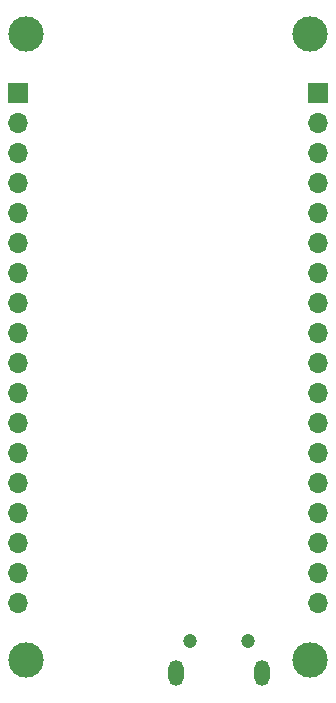
<source format=gbr>
%TF.GenerationSoftware,KiCad,Pcbnew,(5.1.7-0-10_14)*%
%TF.CreationDate,2020-11-04T22:45:55+09:00*%
%TF.ProjectId,mini-esp32,6d696e69-2d65-4737-9033-322e6b696361,rev?*%
%TF.SameCoordinates,Original*%
%TF.FileFunction,Soldermask,Bot*%
%TF.FilePolarity,Negative*%
%FSLAX46Y46*%
G04 Gerber Fmt 4.6, Leading zero omitted, Abs format (unit mm)*
G04 Created by KiCad (PCBNEW (5.1.7-0-10_14)) date 2020-11-04 22:45:55*
%MOMM*%
%LPD*%
G01*
G04 APERTURE LIST*
%ADD10O,1.300000X2.200000*%
%ADD11C,1.200000*%
%ADD12C,3.000000*%
%ADD13O,1.700000X1.700000*%
%ADD14R,1.700000X1.700000*%
G04 APERTURE END LIST*
D10*
%TO.C,J2*%
X141628000Y-118198000D03*
X134389000Y-118198000D03*
D11*
X135584000Y-115498000D03*
X140434000Y-115498000D03*
%TD*%
D12*
%TO.C,H1*%
X145700000Y-117100000D03*
%TD*%
%TO.C,H2*%
X145700000Y-64100000D03*
%TD*%
%TO.C,H3*%
X121700000Y-64100000D03*
%TD*%
%TO.C,H4*%
X121700000Y-117100000D03*
%TD*%
D13*
%TO.C,J5*%
X121000000Y-112240000D03*
X121000000Y-109700000D03*
X121000000Y-107160000D03*
X121000000Y-104620000D03*
X121000000Y-102080000D03*
X121000000Y-99540000D03*
X121000000Y-97000000D03*
X121000000Y-94460000D03*
X121000000Y-91920000D03*
X121000000Y-89380000D03*
X121000000Y-86840000D03*
X121000000Y-84300000D03*
X121000000Y-81760000D03*
X121000000Y-79220000D03*
X121000000Y-76680000D03*
X121000000Y-74140000D03*
X121000000Y-71600000D03*
D14*
X121000000Y-69060000D03*
%TD*%
%TO.C,J6*%
X146400000Y-69060000D03*
D13*
X146400000Y-71600000D03*
X146400000Y-74140000D03*
X146400000Y-76680000D03*
X146400000Y-79220000D03*
X146400000Y-81760000D03*
X146400000Y-84300000D03*
X146400000Y-86840000D03*
X146400000Y-89380000D03*
X146400000Y-91920000D03*
X146400000Y-94460000D03*
X146400000Y-97000000D03*
X146400000Y-99540000D03*
X146400000Y-102080000D03*
X146400000Y-104620000D03*
X146400000Y-107160000D03*
X146400000Y-109700000D03*
X146400000Y-112240000D03*
%TD*%
M02*

</source>
